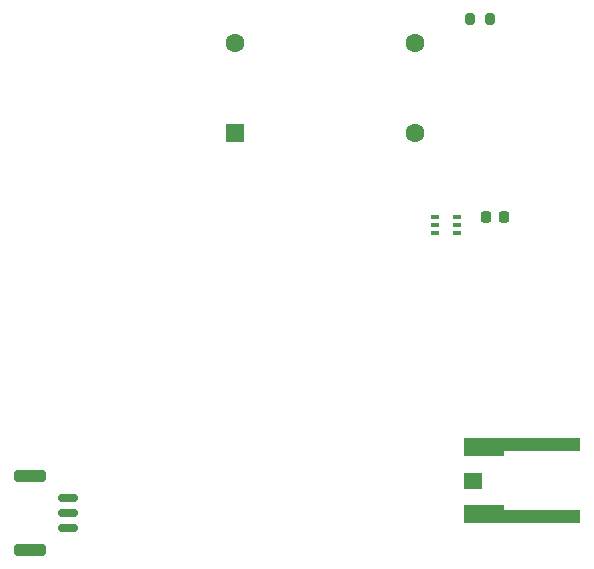
<source format=gbr>
%TF.GenerationSoftware,KiCad,Pcbnew,6.0.4-6f826c9f35~116~ubuntu20.04.1*%
%TF.CreationDate,2022-06-02T21:43:18+00:00*%
%TF.ProjectId,TFLORA01B,54464c4f-5241-4303-9142-2e6b69636164,rev?*%
%TF.SameCoordinates,Original*%
%TF.FileFunction,Soldermask,Top*%
%TF.FilePolarity,Negative*%
%FSLAX46Y46*%
G04 Gerber Fmt 4.6, Leading zero omitted, Abs format (unit mm)*
G04 Created by KiCad (PCBNEW 6.0.4-6f826c9f35~116~ubuntu20.04.1) date 2022-06-02 21:43:18*
%MOMM*%
%LPD*%
G01*
G04 APERTURE LIST*
G04 Aperture macros list*
%AMRoundRect*
0 Rectangle with rounded corners*
0 $1 Rounding radius*
0 $2 $3 $4 $5 $6 $7 $8 $9 X,Y pos of 4 corners*
0 Add a 4 corners polygon primitive as box body*
4,1,4,$2,$3,$4,$5,$6,$7,$8,$9,$2,$3,0*
0 Add four circle primitives for the rounded corners*
1,1,$1+$1,$2,$3*
1,1,$1+$1,$4,$5*
1,1,$1+$1,$6,$7*
1,1,$1+$1,$8,$9*
0 Add four rect primitives between the rounded corners*
20,1,$1+$1,$2,$3,$4,$5,0*
20,1,$1+$1,$4,$5,$6,$7,0*
20,1,$1+$1,$6,$7,$8,$9,0*
20,1,$1+$1,$8,$9,$2,$3,0*%
%AMFreePoly0*
4,1,7,1.675000,-0.750000,-1.675000,-0.750000,-1.675000,-0.350000,-8.125000,-0.350000,-8.125000,0.750000,1.675000,0.750000,1.675000,-0.750000,1.675000,-0.750000,$1*%
%AMFreePoly1*
4,1,7,8.125000,-0.350000,1.675000,-0.350000,1.675000,-0.750000,-1.675000,-0.750000,-1.675000,0.750000,8.125000,0.750000,8.125000,-0.350000,8.125000,-0.350000,$1*%
G04 Aperture macros list end*
%ADD10R,1.500000X1.450000*%
%ADD11FreePoly0,180.000000*%
%ADD12FreePoly1,0.000000*%
%ADD13R,1.600000X1.600000*%
%ADD14C,1.600000*%
%ADD15RoundRect,0.200000X-0.200000X-0.275000X0.200000X-0.275000X0.200000X0.275000X-0.200000X0.275000X0*%
%ADD16R,0.650000X0.400000*%
%ADD17RoundRect,0.150000X-0.700000X0.150000X-0.700000X-0.150000X0.700000X-0.150000X0.700000X0.150000X0*%
%ADD18RoundRect,0.250000X-1.100000X0.250000X-1.100000X-0.250000X1.100000X-0.250000X1.100000X0.250000X0*%
%ADD19RoundRect,0.225000X-0.225000X-0.250000X0.225000X-0.250000X0.225000X0.250000X-0.225000X0.250000X0*%
G04 APERTURE END LIST*
D10*
%TO.C,J12*%
X175224800Y-114300000D03*
D11*
X176199800Y-117175000D03*
D12*
X176199800Y-111425000D03*
%TD*%
D13*
%TO.C,X1*%
X155079200Y-84908000D03*
D14*
X170319200Y-84908000D03*
X170319200Y-77288000D03*
X155079200Y-77288000D03*
%TD*%
D15*
%TO.C,R3*%
X175004200Y-75228000D03*
X176654200Y-75228000D03*
%TD*%
D16*
%TO.C,U4*%
X172008800Y-92018800D03*
X172008800Y-92668800D03*
X172008800Y-93318800D03*
X173908800Y-93318800D03*
X173908800Y-92668800D03*
X173908800Y-92018800D03*
%TD*%
D17*
%TO.C,J2*%
X140940400Y-115793200D03*
X140940400Y-117043200D03*
X140940400Y-118293200D03*
D18*
X137740400Y-113943200D03*
X137740400Y-120143200D03*
%TD*%
D19*
%TO.C,C3*%
X176313800Y-91998800D03*
X177863800Y-91998800D03*
%TD*%
M02*

</source>
